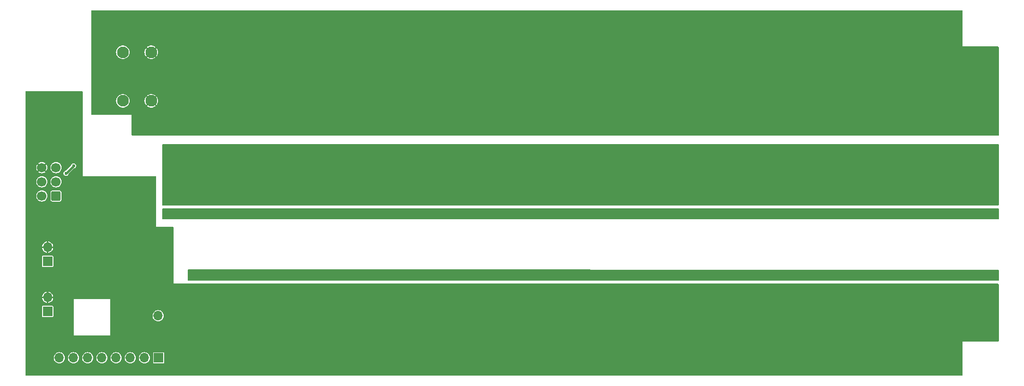
<source format=gbl>
G04 #@! TF.GenerationSoftware,KiCad,Pcbnew,8.0.5*
G04 #@! TF.CreationDate,2024-10-15T23:56:24-05:00*
G04 #@! TF.ProjectId,bidirectional_load_switch,62696469-7265-4637-9469-6f6e616c5f6c,rev?*
G04 #@! TF.SameCoordinates,Original*
G04 #@! TF.FileFunction,Copper,L2,Bot*
G04 #@! TF.FilePolarity,Positive*
%FSLAX46Y46*%
G04 Gerber Fmt 4.6, Leading zero omitted, Abs format (unit mm)*
G04 Created by KiCad (PCBNEW 8.0.5) date 2024-10-15 23:56:24*
%MOMM*%
%LPD*%
G01*
G04 APERTURE LIST*
G04 Aperture macros list*
%AMRoundRect*
0 Rectangle with rounded corners*
0 $1 Rounding radius*
0 $2 $3 $4 $5 $6 $7 $8 $9 X,Y pos of 4 corners*
0 Add a 4 corners polygon primitive as box body*
4,1,4,$2,$3,$4,$5,$6,$7,$8,$9,$2,$3,0*
0 Add four circle primitives for the rounded corners*
1,1,$1+$1,$2,$3*
1,1,$1+$1,$4,$5*
1,1,$1+$1,$6,$7*
1,1,$1+$1,$8,$9*
0 Add four rect primitives between the rounded corners*
20,1,$1+$1,$2,$3,$4,$5,0*
20,1,$1+$1,$4,$5,$6,$7,0*
20,1,$1+$1,$6,$7,$8,$9,0*
20,1,$1+$1,$8,$9,$2,$3,0*%
G04 Aperture macros list end*
G04 #@! TA.AperFunction,ComponentPad*
%ADD10R,1.700000X1.700000*%
G04 #@! TD*
G04 #@! TA.AperFunction,ComponentPad*
%ADD11O,1.700000X1.700000*%
G04 #@! TD*
G04 #@! TA.AperFunction,ComponentPad*
%ADD12RoundRect,0.250000X0.600000X0.600000X-0.600000X0.600000X-0.600000X-0.600000X0.600000X-0.600000X0*%
G04 #@! TD*
G04 #@! TA.AperFunction,ComponentPad*
%ADD13C,1.700000*%
G04 #@! TD*
G04 #@! TA.AperFunction,ComponentPad*
%ADD14C,2.100000*%
G04 #@! TD*
G04 #@! TA.AperFunction,ViaPad*
%ADD15C,0.600000*%
G04 #@! TD*
G04 #@! TA.AperFunction,Conductor*
%ADD16C,0.400000*%
G04 #@! TD*
G04 APERTURE END LIST*
D10*
G04 #@! TO.P,J105,1,Pin_1*
G04 #@! TO.N,MISO{slash}fault_status*
X67300000Y-106800000D03*
D11*
G04 #@! TO.P,J105,2,Pin_2*
G04 #@! TO.N,GND*
X67300000Y-104260000D03*
G04 #@! TD*
D10*
G04 #@! TO.P,J102,1,Pin_1*
G04 #@! TO.N,GND*
X84550000Y-116550000D03*
D11*
G04 #@! TO.P,J102,2,Pin_2*
G04 #@! TO.N,5V*
X87090000Y-116550000D03*
G04 #@! TD*
D12*
G04 #@! TO.P,J107,1,MISO*
G04 #@! TO.N,MISO{slash}fault_status*
X68802500Y-95095000D03*
D13*
G04 #@! TO.P,J107,2,VCC*
G04 #@! TO.N,Net-(J107-VCC)*
X66262500Y-95095000D03*
G04 #@! TO.P,J107,3,SCK*
G04 #@! TO.N,SCK{slash}~{fault_rst}*
X68802500Y-92555000D03*
G04 #@! TO.P,J107,4,MOSI*
G04 #@! TO.N,MOSI*
X66262500Y-92555000D03*
G04 #@! TO.P,J107,5,~{RST}*
G04 #@! TO.N,~{MCU_RST}*
X68802500Y-90015000D03*
G04 #@! TO.P,J107,6,GND*
G04 #@! TO.N,GND*
X66262500Y-90015000D03*
G04 #@! TD*
D10*
G04 #@! TO.P,J106,1,Pin_1*
G04 #@! TO.N,SCK{slash}~{fault_rst}*
X67300000Y-115800000D03*
D11*
G04 #@! TO.P,J106,2,Pin_2*
G04 #@! TO.N,GND*
X67300000Y-113260000D03*
G04 #@! TD*
D10*
G04 #@! TO.P,J104,1,Pin_1*
G04 #@! TO.N,15V_isolated*
X89050000Y-98300000D03*
D11*
G04 #@! TO.P,J104,2,Pin_2*
G04 #@! TO.N,GNDPWR*
X89050000Y-95760000D03*
G04 #@! TD*
D10*
G04 #@! TO.P,J103,1,Pin_1*
G04 #@! TO.N,PWM1_in*
X87180000Y-124100000D03*
D11*
G04 #@! TO.P,J103,2,Pin_2*
G04 #@! TO.N,PWM2_in*
X84640000Y-124100000D03*
G04 #@! TO.P,J103,3,Pin_3*
G04 #@! TO.N,PWM3_in*
X82100000Y-124100000D03*
G04 #@! TO.P,J103,4,Pin_4*
G04 #@! TO.N,PWM4_in*
X79560000Y-124100000D03*
G04 #@! TO.P,J103,5,Pin_5*
G04 #@! TO.N,PWM5_in*
X77020000Y-124100000D03*
G04 #@! TO.P,J103,6,Pin_6*
G04 #@! TO.N,PWM6_in*
X74480000Y-124100000D03*
G04 #@! TO.P,J103,7,Pin_7*
G04 #@! TO.N,PWM7_in*
X71940000Y-124100000D03*
G04 #@! TO.P,J103,8,Pin_8*
G04 #@! TO.N,PWM8_in*
X69400000Y-124100000D03*
G04 #@! TO.P,J103,9,Pin_9*
G04 #@! TO.N,GND*
X66860000Y-124100000D03*
G04 #@! TD*
D14*
G04 #@! TO.P,J101,1_1,1_1*
G04 #@! TO.N,Earth*
X85840000Y-78037500D03*
G04 #@! TO.P,J101,1_2,1_2*
X85840000Y-69337500D03*
G04 #@! TO.P,J101,2_1,2_1*
G04 #@! TO.N,AC_in*
X80760000Y-78037500D03*
G04 #@! TO.P,J101,2_2,2_2*
X80760000Y-69337500D03*
G04 #@! TD*
D15*
G04 #@! TO.N,GND*
X82141600Y-109141600D03*
X80241600Y-109141600D03*
X157050000Y-113550000D03*
X128450000Y-111650000D03*
X120050000Y-112250000D03*
X220950000Y-113600000D03*
X82950000Y-93350000D03*
X194050000Y-113550000D03*
X79200000Y-98250000D03*
X202450000Y-112300000D03*
X208600000Y-116300000D03*
X194050000Y-112250000D03*
X220950000Y-112300000D03*
X212550000Y-113550000D03*
X97600000Y-115600000D03*
X101550000Y-113550000D03*
X84041600Y-114741600D03*
X81200000Y-111950000D03*
X81200000Y-113350000D03*
X83091600Y-109141600D03*
X231050000Y-113550000D03*
X157050000Y-111600000D03*
X83091600Y-111941600D03*
X153100000Y-116300000D03*
X175550000Y-113550000D03*
X84991600Y-114741600D03*
X109950000Y-112950000D03*
X83091600Y-114741600D03*
X76050000Y-92900000D03*
X138550000Y-112250000D03*
X194050000Y-111600000D03*
X120050000Y-113550000D03*
X91450000Y-112300000D03*
X175550000Y-112900000D03*
X101550000Y-112900000D03*
X83091600Y-110541600D03*
X101550000Y-111600000D03*
X171600000Y-116300000D03*
X183950000Y-112300000D03*
X231050000Y-112250000D03*
X138550000Y-113550000D03*
X82141600Y-113341600D03*
X157050000Y-112900000D03*
X109950000Y-113600000D03*
X175550000Y-112250000D03*
X183950000Y-113600000D03*
X146950000Y-112950000D03*
X165450000Y-113600000D03*
X82150000Y-114750000D03*
X116100000Y-115600000D03*
X109950000Y-112300000D03*
X212550000Y-112250000D03*
X73100000Y-102550000D03*
X76050000Y-92150000D03*
X190100000Y-116300000D03*
X128450000Y-112300000D03*
X128450000Y-112950000D03*
X202450000Y-112950000D03*
X165450000Y-112300000D03*
X212550000Y-112900000D03*
X190100000Y-115600000D03*
X101550000Y-112250000D03*
X83091600Y-113341600D03*
X165450000Y-111650000D03*
X84041600Y-109141600D03*
X146950000Y-111650000D03*
X175550000Y-111600000D03*
X183950000Y-112950000D03*
X82250000Y-93350000D03*
X134600000Y-116300000D03*
X91450000Y-112950000D03*
X202450000Y-113600000D03*
X81191600Y-109141600D03*
X146950000Y-112300000D03*
X208600000Y-115600000D03*
X82141600Y-110541600D03*
X109950000Y-111650000D03*
X76050000Y-93650000D03*
X76800000Y-93650000D03*
X227100000Y-115600000D03*
X91450000Y-113600000D03*
X81191600Y-110541600D03*
X212550000Y-111600000D03*
X202450000Y-111650000D03*
X231050000Y-111600000D03*
X153100000Y-115600000D03*
X120050000Y-112900000D03*
X120050000Y-111600000D03*
X134600000Y-115600000D03*
X68254003Y-78445800D03*
X165450000Y-112950000D03*
X84041600Y-113341600D03*
X78500000Y-98250000D03*
X171600000Y-115600000D03*
X82141600Y-111941600D03*
X91450000Y-111650000D03*
X72350000Y-103300000D03*
X227100000Y-116300000D03*
X157050000Y-112250000D03*
X183950000Y-111650000D03*
X138550000Y-112900000D03*
X146950000Y-113600000D03*
X72350000Y-102550000D03*
X72350000Y-104050000D03*
X138550000Y-111600000D03*
X231050000Y-112900000D03*
X128450000Y-113600000D03*
X194050000Y-112900000D03*
X67550000Y-78445800D03*
X97600000Y-116300000D03*
X116100000Y-116300000D03*
X220950000Y-111650000D03*
X220950000Y-112950000D03*
X84991600Y-113341600D03*
G04 #@! TO.N,3V3*
X223600000Y-109250000D03*
X222300000Y-109250000D03*
X222950000Y-109900000D03*
X166800000Y-108600000D03*
X205100000Y-109250000D03*
X203800000Y-109900000D03*
X222300000Y-108600000D03*
X130450000Y-109900000D03*
X168100000Y-109250000D03*
X130450000Y-109250000D03*
X205100000Y-109900000D03*
X131100000Y-108600000D03*
X94100000Y-108600000D03*
X186600000Y-109900000D03*
X112600000Y-109900000D03*
X223600000Y-108600000D03*
X203800000Y-109250000D03*
X111950000Y-108600000D03*
X148300000Y-109900000D03*
X203800000Y-108600000D03*
X148300000Y-109250000D03*
X148950000Y-108600000D03*
X166800000Y-109900000D03*
X93450000Y-108600000D03*
X186600000Y-108600000D03*
X111300000Y-108600000D03*
X222950000Y-108600000D03*
X185950000Y-109900000D03*
X185300000Y-108600000D03*
X93450000Y-109250000D03*
X185300000Y-109250000D03*
X167450000Y-109900000D03*
X111300000Y-109250000D03*
X204450000Y-109900000D03*
X167450000Y-108600000D03*
X168100000Y-108600000D03*
X167450000Y-109250000D03*
X185950000Y-109250000D03*
X92800000Y-109900000D03*
X166800000Y-109250000D03*
X129800000Y-108600000D03*
X94100000Y-109250000D03*
X204450000Y-108600000D03*
X112600000Y-109250000D03*
X149600000Y-109900000D03*
X223600000Y-109900000D03*
X204450000Y-109250000D03*
X222950000Y-109250000D03*
X131100000Y-109900000D03*
X222300000Y-109900000D03*
X148300000Y-108600000D03*
X130450000Y-108600000D03*
X111950000Y-109250000D03*
X185300000Y-109900000D03*
X148950000Y-109900000D03*
X111300000Y-109900000D03*
X112600000Y-108600000D03*
X111950000Y-109900000D03*
X94100000Y-109900000D03*
X205100000Y-108600000D03*
X131100000Y-109250000D03*
X129800000Y-109250000D03*
X186600000Y-109250000D03*
X149600000Y-108600000D03*
X168100000Y-109900000D03*
X92800000Y-109250000D03*
X148950000Y-109250000D03*
X93450000Y-109900000D03*
X185950000Y-108600000D03*
X129800000Y-109900000D03*
X92800000Y-108600000D03*
X149600000Y-109250000D03*
G04 #@! TO.N,GNDPWR*
X157500000Y-91800000D03*
X116000000Y-87200000D03*
X234400000Y-94800000D03*
X189250000Y-86450000D03*
X156200000Y-96300000D03*
X173300000Y-96300000D03*
X180250000Y-87300000D03*
X117800000Y-94800000D03*
X233050000Y-90300000D03*
X159050000Y-91800000D03*
X143300000Y-91800000D03*
X141900000Y-93300000D03*
X106300000Y-88800000D03*
X235900000Y-96300000D03*
X161800000Y-94800000D03*
X177550000Y-91800000D03*
X198800000Y-91800000D03*
X178950000Y-91800000D03*
X103500000Y-93300000D03*
X141950000Y-91800000D03*
X170750000Y-87200000D03*
X177500000Y-93300000D03*
X217300000Y-90300000D03*
X123450000Y-90300000D03*
X96750000Y-88700000D03*
X178950000Y-90300000D03*
X210300000Y-96300000D03*
X213100000Y-94800000D03*
X190000000Y-86450000D03*
X133750000Y-86450000D03*
X196000000Y-94800000D03*
X143300000Y-90300000D03*
X116000000Y-86450000D03*
X196000000Y-93300000D03*
X231500000Y-91800000D03*
X117800000Y-96300000D03*
X137700000Y-94800000D03*
X103500000Y-94800000D03*
X161800000Y-93300000D03*
X106300000Y-96300000D03*
X194600000Y-94800000D03*
X136300000Y-94800000D03*
X235900000Y-91800000D03*
X160400000Y-94800000D03*
X139100000Y-93300000D03*
X106300000Y-91800000D03*
X124800000Y-94800000D03*
X176850000Y-88900000D03*
X97500000Y-87200000D03*
X143300000Y-93300000D03*
X143300000Y-87300000D03*
X120500000Y-91800000D03*
X227000000Y-87950000D03*
X234450000Y-91800000D03*
X235900000Y-93300000D03*
X217300000Y-93300000D03*
X96750000Y-87950000D03*
X189250000Y-87200000D03*
X196000000Y-96300000D03*
X197400000Y-96300000D03*
X154800000Y-93300000D03*
X171500000Y-88700000D03*
X137700000Y-96300000D03*
X122000000Y-93300000D03*
X231550000Y-90300000D03*
X173300000Y-93300000D03*
X157600000Y-96300000D03*
X176000000Y-91800000D03*
X102100000Y-96300000D03*
X99300000Y-96300000D03*
X198800000Y-96300000D03*
X152250000Y-87200000D03*
X195350000Y-88900000D03*
X140500000Y-94800000D03*
X178900000Y-96300000D03*
X123400000Y-93300000D03*
X173300000Y-94800000D03*
X191800000Y-96300000D03*
X156200000Y-93300000D03*
X124800000Y-90300000D03*
X213050000Y-90300000D03*
X215900000Y-96300000D03*
X174700000Y-96300000D03*
X120600000Y-94800000D03*
X104900000Y-96300000D03*
X157550000Y-90300000D03*
X228800000Y-93300000D03*
X122050000Y-90300000D03*
X171500000Y-87200000D03*
X124800000Y-88800000D03*
X207750000Y-88700000D03*
X119200000Y-93300000D03*
X158350000Y-88900000D03*
X234400000Y-93300000D03*
X122000000Y-94800000D03*
X140500000Y-93300000D03*
X230200000Y-93300000D03*
X117800000Y-93300000D03*
X120550000Y-90300000D03*
X226250000Y-88700000D03*
X171500000Y-87950000D03*
X115250000Y-87950000D03*
X208500000Y-87200000D03*
X180250000Y-94800000D03*
X133750000Y-87200000D03*
X191800000Y-94800000D03*
X213850000Y-88900000D03*
X190000000Y-87200000D03*
X120600000Y-93300000D03*
X226250000Y-87950000D03*
X227000000Y-86450000D03*
X102100000Y-93300000D03*
X214500000Y-96300000D03*
X115250000Y-88700000D03*
X122000000Y-96300000D03*
X122050000Y-91800000D03*
X198800000Y-90300000D03*
X133750000Y-87950000D03*
X104950000Y-90300000D03*
X139100000Y-96300000D03*
X170750000Y-86450000D03*
X119200000Y-94800000D03*
X154800000Y-96300000D03*
X140550000Y-91800000D03*
X161800000Y-91800000D03*
X116000000Y-87950000D03*
X208500000Y-88700000D03*
X177550000Y-90300000D03*
X160450000Y-91800000D03*
X100700000Y-96300000D03*
X207750000Y-87950000D03*
X154800000Y-94800000D03*
X194600000Y-93300000D03*
X104950000Y-91800000D03*
X190000000Y-88700000D03*
X213100000Y-93300000D03*
X124800000Y-87300000D03*
X228800000Y-94800000D03*
X194500000Y-91800000D03*
X215900000Y-94800000D03*
X235900000Y-87300000D03*
X106300000Y-93300000D03*
X196050000Y-91800000D03*
X134500000Y-86450000D03*
X161800000Y-87300000D03*
X207750000Y-87200000D03*
X210300000Y-94800000D03*
X214500000Y-93300000D03*
X160400000Y-96300000D03*
X213100000Y-96300000D03*
X120600000Y-96300000D03*
X226250000Y-86450000D03*
X143300000Y-96300000D03*
X180250000Y-88800000D03*
X159000000Y-96300000D03*
X207750000Y-86450000D03*
X176100000Y-94800000D03*
X134500000Y-88700000D03*
X232350000Y-88900000D03*
X136300000Y-96300000D03*
X139850000Y-88900000D03*
X124800000Y-96300000D03*
X170750000Y-87950000D03*
X153000000Y-87950000D03*
X217300000Y-94800000D03*
X161800000Y-96300000D03*
X174700000Y-94800000D03*
X153000000Y-86450000D03*
X133750000Y-88700000D03*
X106300000Y-94800000D03*
X227000000Y-88700000D03*
X152250000Y-86450000D03*
X193200000Y-93300000D03*
X159050000Y-90300000D03*
X124800000Y-93300000D03*
X197400000Y-94800000D03*
X226250000Y-87200000D03*
X99300000Y-94800000D03*
X100700000Y-94800000D03*
X123400000Y-94800000D03*
X156200000Y-94800000D03*
X97500000Y-88700000D03*
X189250000Y-88700000D03*
X153000000Y-88700000D03*
X211700000Y-93300000D03*
X233000000Y-96300000D03*
X217300000Y-91800000D03*
X176100000Y-96300000D03*
X194600000Y-96300000D03*
X141950000Y-90300000D03*
X140550000Y-90300000D03*
X103550000Y-91800000D03*
X197450000Y-91800000D03*
X159000000Y-94800000D03*
X177500000Y-94800000D03*
X198800000Y-93300000D03*
X217300000Y-88800000D03*
X141900000Y-94800000D03*
X214500000Y-94800000D03*
X116000000Y-88700000D03*
X121350000Y-88900000D03*
X235900000Y-88800000D03*
X103550000Y-90300000D03*
X157600000Y-94800000D03*
X124800000Y-91800000D03*
X208500000Y-87950000D03*
X231600000Y-96300000D03*
X233000000Y-94800000D03*
X96750000Y-86450000D03*
X217300000Y-87300000D03*
X235900000Y-94800000D03*
X176050000Y-90300000D03*
X235900000Y-90300000D03*
X214550000Y-91800000D03*
X191800000Y-93300000D03*
X161800000Y-88800000D03*
X102850000Y-88900000D03*
X143300000Y-88800000D03*
X140500000Y-96300000D03*
X213000000Y-91800000D03*
X193200000Y-94800000D03*
X180250000Y-91800000D03*
X115250000Y-87200000D03*
X178900000Y-93300000D03*
X177500000Y-96300000D03*
X99300000Y-93300000D03*
X231600000Y-94800000D03*
X210300000Y-93300000D03*
X152250000Y-87950000D03*
X137700000Y-93300000D03*
X198800000Y-94800000D03*
X100700000Y-93300000D03*
X134500000Y-87200000D03*
X97500000Y-87950000D03*
X136300000Y-93300000D03*
X134500000Y-87950000D03*
X139100000Y-94800000D03*
X234450000Y-90300000D03*
X228800000Y-96300000D03*
X176100000Y-93300000D03*
X196050000Y-90300000D03*
X211700000Y-96300000D03*
X160400000Y-93300000D03*
X152250000Y-88700000D03*
X123400000Y-96300000D03*
X139000000Y-91800000D03*
X208500000Y-86450000D03*
X198800000Y-88800000D03*
X160450000Y-90300000D03*
X102050000Y-90300000D03*
X123450000Y-91800000D03*
X161800000Y-90300000D03*
X104900000Y-94800000D03*
X193200000Y-96300000D03*
X197400000Y-93300000D03*
X97500000Y-86450000D03*
X115250000Y-86450000D03*
X234400000Y-96300000D03*
X180250000Y-93300000D03*
X233050000Y-91800000D03*
X231600000Y-93300000D03*
X139050000Y-90300000D03*
X157600000Y-93300000D03*
X143300000Y-94800000D03*
X215950000Y-90300000D03*
X153000000Y-87200000D03*
X180250000Y-96300000D03*
X211700000Y-94800000D03*
X214550000Y-90300000D03*
X106300000Y-90300000D03*
X102000000Y-91800000D03*
X119200000Y-96300000D03*
X159000000Y-93300000D03*
X178900000Y-94800000D03*
X215950000Y-91800000D03*
X230200000Y-94800000D03*
X190000000Y-87950000D03*
X180250000Y-90300000D03*
X102100000Y-94800000D03*
X174700000Y-93300000D03*
X96750000Y-87200000D03*
X194550000Y-90300000D03*
X141900000Y-96300000D03*
X171500000Y-86450000D03*
X104900000Y-93300000D03*
X106300000Y-87300000D03*
X215900000Y-93300000D03*
X233000000Y-93300000D03*
X198800000Y-87300000D03*
X189250000Y-87950000D03*
X217300000Y-96300000D03*
X103500000Y-96300000D03*
X170750000Y-88700000D03*
X230200000Y-96300000D03*
X227000000Y-87200000D03*
X197450000Y-90300000D03*
G04 #@! TO.N,15V_isolated*
X129250000Y-97900000D03*
X223450000Y-98750000D03*
X112450000Y-98750000D03*
X185600000Y-97900000D03*
X90550000Y-97900000D03*
X202400000Y-97900000D03*
X149450000Y-97900000D03*
X220050000Y-98750000D03*
X91400000Y-98750000D03*
X130950000Y-97900000D03*
X220900000Y-97900000D03*
X204100000Y-98750000D03*
X166250000Y-98750000D03*
X223450000Y-97900000D03*
X129250000Y-98750000D03*
X201550000Y-97900000D03*
X90550000Y-98750000D03*
X128400000Y-97900000D03*
X220900000Y-98750000D03*
X166250000Y-97900000D03*
X130950000Y-98750000D03*
X167950000Y-97900000D03*
X164550000Y-97900000D03*
X183050000Y-97900000D03*
X204100000Y-97900000D03*
X201550000Y-98750000D03*
X220050000Y-97900000D03*
X149450000Y-98750000D03*
X93100000Y-98750000D03*
X186450000Y-97900000D03*
X148600000Y-97900000D03*
X164550000Y-98750000D03*
X146900000Y-97900000D03*
X167100000Y-98750000D03*
X112450000Y-97900000D03*
X222600000Y-98750000D03*
X202400000Y-98750000D03*
X183900000Y-97900000D03*
X221750000Y-97900000D03*
X128400000Y-98750000D03*
X147750000Y-98750000D03*
X165400000Y-97900000D03*
X109050000Y-98750000D03*
X111600000Y-97900000D03*
X92250000Y-98750000D03*
X127550000Y-97900000D03*
X183050000Y-98750000D03*
X146900000Y-98750000D03*
X183900000Y-98750000D03*
X111600000Y-98750000D03*
X184750000Y-97900000D03*
X130100000Y-97900000D03*
X222600000Y-97900000D03*
X167100000Y-97900000D03*
X110750000Y-97900000D03*
X203250000Y-97900000D03*
X146050000Y-97900000D03*
X93950000Y-98750000D03*
X130100000Y-98750000D03*
X109900000Y-97900000D03*
X109050000Y-97900000D03*
X92250000Y-97900000D03*
X146050000Y-98750000D03*
X203250000Y-98750000D03*
X109900000Y-98750000D03*
X91400000Y-97900000D03*
X186450000Y-98750000D03*
X165400000Y-98750000D03*
X204950000Y-98750000D03*
X221750000Y-98750000D03*
X93950000Y-97900000D03*
X93100000Y-97900000D03*
X185600000Y-98750000D03*
X147750000Y-97900000D03*
X148600000Y-98750000D03*
X204950000Y-97900000D03*
X127550000Y-98750000D03*
X167950000Y-98750000D03*
X184750000Y-98750000D03*
X110750000Y-98750000D03*
G04 #@! TO.N,Earth*
X137000000Y-76350000D03*
X192500000Y-74100000D03*
X137000000Y-74100000D03*
X157800000Y-73000000D03*
X103450000Y-74100000D03*
X121950000Y-75250000D03*
X157800000Y-74100000D03*
X103450000Y-71900000D03*
X174000000Y-76350000D03*
X194800000Y-70800000D03*
X215600000Y-70800000D03*
X194800000Y-75250000D03*
X197100000Y-70800000D03*
X104600000Y-74100000D03*
X104600000Y-75250000D03*
X215600000Y-76350000D03*
X123100000Y-73000000D03*
X156650000Y-74100000D03*
X102300000Y-73000000D03*
X155500000Y-73000000D03*
X141600000Y-73000000D03*
X119650000Y-73000000D03*
X212150000Y-73000000D03*
X215600000Y-73000000D03*
X175150000Y-74100000D03*
X137000000Y-71900000D03*
X158950000Y-74100000D03*
X102300000Y-74100000D03*
X160100000Y-76350000D03*
X230650000Y-71900000D03*
X178600000Y-76350000D03*
X195950000Y-71900000D03*
X192500000Y-71900000D03*
X231800000Y-76350000D03*
X100000000Y-75250000D03*
X139300000Y-71900000D03*
X193650000Y-70800000D03*
X118500000Y-71900000D03*
X231800000Y-73000000D03*
X141600000Y-75250000D03*
X212150000Y-70800000D03*
X140450000Y-73000000D03*
X104600000Y-76350000D03*
X195950000Y-75250000D03*
X195950000Y-76350000D03*
X155500000Y-70800000D03*
X211000000Y-73000000D03*
X121950000Y-76350000D03*
X230650000Y-74100000D03*
X193650000Y-74100000D03*
X102300000Y-70800000D03*
X176300000Y-76350000D03*
X155500000Y-71900000D03*
X101150000Y-73000000D03*
X175150000Y-73000000D03*
X234100000Y-70800000D03*
X213300000Y-73000000D03*
X192500000Y-75250000D03*
X139300000Y-76350000D03*
X103450000Y-70800000D03*
X138150000Y-70800000D03*
X104600000Y-71900000D03*
X156650000Y-71900000D03*
X195950000Y-74100000D03*
X177450000Y-70800000D03*
X156650000Y-70800000D03*
X123100000Y-75250000D03*
X123100000Y-71900000D03*
X118500000Y-70800000D03*
X178600000Y-70800000D03*
X119650000Y-71900000D03*
X213300000Y-75250000D03*
X123100000Y-76350000D03*
X140450000Y-76350000D03*
X120800000Y-76350000D03*
X211000000Y-70800000D03*
X232950000Y-71900000D03*
X231800000Y-70800000D03*
X213300000Y-76350000D03*
X213300000Y-71900000D03*
X176300000Y-71900000D03*
X100000000Y-74100000D03*
X118500000Y-74100000D03*
X174000000Y-73000000D03*
X215600000Y-74100000D03*
X139300000Y-70800000D03*
X157800000Y-75250000D03*
X229500000Y-71900000D03*
X138150000Y-76350000D03*
X158950000Y-70800000D03*
X121950000Y-73000000D03*
X160100000Y-71900000D03*
X160100000Y-74100000D03*
X177450000Y-74100000D03*
X177450000Y-75250000D03*
X214450000Y-75250000D03*
X197100000Y-76350000D03*
X102300000Y-75250000D03*
X175150000Y-76350000D03*
X213300000Y-74100000D03*
X156650000Y-75250000D03*
X141600000Y-76350000D03*
X229500000Y-73000000D03*
X155500000Y-75250000D03*
X211000000Y-76350000D03*
X194800000Y-76350000D03*
X140450000Y-74100000D03*
X121950000Y-74100000D03*
X138150000Y-71900000D03*
X194800000Y-74100000D03*
X158950000Y-71900000D03*
X231800000Y-74100000D03*
X138150000Y-75250000D03*
X177450000Y-76350000D03*
X137000000Y-75250000D03*
X192500000Y-70800000D03*
X119650000Y-76350000D03*
X101150000Y-74100000D03*
X157800000Y-76350000D03*
X194800000Y-73000000D03*
X234100000Y-74100000D03*
X101150000Y-70800000D03*
X160100000Y-73000000D03*
X232950000Y-70800000D03*
X120800000Y-73000000D03*
X156650000Y-76350000D03*
X139300000Y-74100000D03*
X192500000Y-73000000D03*
X194800000Y-71900000D03*
X215600000Y-71900000D03*
X214450000Y-71900000D03*
X160100000Y-70800000D03*
X212150000Y-71900000D03*
X139300000Y-75250000D03*
X214450000Y-73000000D03*
X100000000Y-70800000D03*
X100000000Y-73000000D03*
X178600000Y-73000000D03*
X138150000Y-73000000D03*
X231800000Y-75250000D03*
X230650000Y-76350000D03*
X212150000Y-74100000D03*
X118500000Y-75250000D03*
X174000000Y-70800000D03*
X139300000Y-73000000D03*
X160100000Y-75250000D03*
X157800000Y-70800000D03*
X175150000Y-71900000D03*
X197100000Y-74100000D03*
X197100000Y-73000000D03*
X119650000Y-74100000D03*
X232950000Y-75250000D03*
X119650000Y-70800000D03*
X118500000Y-73000000D03*
X120800000Y-71900000D03*
X175150000Y-70800000D03*
X174000000Y-71900000D03*
X230650000Y-70800000D03*
X175150000Y-75250000D03*
X178600000Y-71900000D03*
X123100000Y-74100000D03*
X193650000Y-73000000D03*
X197100000Y-71900000D03*
X192500000Y-76350000D03*
X177450000Y-71900000D03*
X101150000Y-76350000D03*
X197100000Y-75250000D03*
X232950000Y-73000000D03*
X193650000Y-75250000D03*
X120800000Y-74100000D03*
X103450000Y-75250000D03*
X176300000Y-70800000D03*
X176300000Y-74100000D03*
X140450000Y-71900000D03*
X213300000Y-70800000D03*
X141600000Y-74100000D03*
X176300000Y-75250000D03*
X101150000Y-75250000D03*
X214450000Y-76350000D03*
X229500000Y-70800000D03*
X101150000Y-71900000D03*
X104600000Y-70800000D03*
X100000000Y-71900000D03*
X211000000Y-74100000D03*
X177450000Y-73000000D03*
X215600000Y-75250000D03*
X195950000Y-73000000D03*
X234100000Y-76350000D03*
X137000000Y-70800000D03*
X229500000Y-76350000D03*
X174000000Y-75250000D03*
X100000000Y-76350000D03*
X211000000Y-75250000D03*
X176300000Y-73000000D03*
X140450000Y-70800000D03*
X158950000Y-76350000D03*
X103450000Y-73000000D03*
X155500000Y-74100000D03*
X141600000Y-71900000D03*
X118500000Y-76350000D03*
X230650000Y-73000000D03*
X231800000Y-71900000D03*
X155500000Y-76350000D03*
X211000000Y-71900000D03*
X102300000Y-71900000D03*
X195950000Y-70800000D03*
X157800000Y-71900000D03*
X232950000Y-74100000D03*
X193650000Y-76350000D03*
X119650000Y-75250000D03*
X193650000Y-71900000D03*
X212150000Y-75250000D03*
X140450000Y-75250000D03*
X214450000Y-70800000D03*
X212150000Y-76350000D03*
X141600000Y-70800000D03*
X120800000Y-75250000D03*
X234100000Y-73000000D03*
X234100000Y-71900000D03*
X178600000Y-75250000D03*
X158950000Y-73000000D03*
X178600000Y-74100000D03*
X102300000Y-76350000D03*
X156650000Y-73000000D03*
X137000000Y-73000000D03*
X121950000Y-70800000D03*
X230650000Y-75250000D03*
X123100000Y-70800000D03*
X121950000Y-71900000D03*
X229500000Y-75250000D03*
X120800000Y-70800000D03*
X214450000Y-74100000D03*
X232950000Y-76350000D03*
X158950000Y-75250000D03*
X229500000Y-74100000D03*
X103450000Y-76350000D03*
X138150000Y-74100000D03*
X234100000Y-75250000D03*
X174000000Y-74100000D03*
X104600000Y-73000000D03*
G04 #@! TO.N,~{MCU_RST}*
X70599259Y-91033941D03*
X71942762Y-89690438D03*
G04 #@! TD*
D16*
G04 #@! TO.N,~{MCU_RST}*
X71942762Y-89690438D02*
X70599259Y-91033941D01*
G04 #@! TD*
G04 #@! TA.AperFunction,Conductor*
G04 #@! TO.N,GNDPWR*
G36*
X219050000Y-96800000D02*
G01*
X198800000Y-96800000D01*
X198800000Y-85800000D01*
X219050000Y-85800000D01*
X219050000Y-96800000D01*
G37*
G04 #@! TD.AperFunction*
G04 #@! TD*
G04 #@! TA.AperFunction,Conductor*
G04 #@! TO.N,GNDPWR*
G36*
X237493039Y-85819685D02*
G01*
X237538794Y-85872489D01*
X237550000Y-85924000D01*
X237550000Y-96676000D01*
X237530315Y-96743039D01*
X237477511Y-96788794D01*
X237426000Y-96800000D01*
X217300000Y-96800000D01*
X217300000Y-85800000D01*
X237426000Y-85800000D01*
X237493039Y-85819685D01*
G37*
G04 #@! TD.AperFunction*
G04 #@! TD*
G04 #@! TA.AperFunction,Conductor*
G04 #@! TO.N,15V_isolated*
G36*
X145050000Y-99300000D02*
G01*
X124800000Y-99300000D01*
X124800000Y-97300000D01*
X145050000Y-97300000D01*
X145050000Y-99300000D01*
G37*
G04 #@! TD.AperFunction*
G04 #@! TD*
G04 #@! TA.AperFunction,Conductor*
G04 #@! TO.N,GNDPWR*
G36*
X126550000Y-96800000D02*
G01*
X106300000Y-96800000D01*
X106300000Y-85800000D01*
X126550000Y-85800000D01*
X126550000Y-96800000D01*
G37*
G04 #@! TD.AperFunction*
G04 #@! TD*
G04 #@! TA.AperFunction,Conductor*
G04 #@! TO.N,GND*
G36*
X237493039Y-110819685D02*
G01*
X237538794Y-110872489D01*
X237550000Y-110924000D01*
X237550000Y-121075661D01*
X237530315Y-121142700D01*
X237477511Y-121188455D01*
X237426000Y-121199661D01*
X231049924Y-121199665D01*
X231049924Y-127176000D01*
X231030239Y-127243039D01*
X230977435Y-127288794D01*
X230925924Y-127300000D01*
X89550000Y-127300000D01*
X89850000Y-110800000D01*
X237426000Y-110800000D01*
X237493039Y-110819685D01*
G37*
G04 #@! TD.AperFunction*
G04 #@! TD*
G04 #@! TA.AperFunction,Conductor*
G04 #@! TO.N,15V_isolated*
G36*
X182050000Y-99300000D02*
G01*
X161800000Y-99300000D01*
X161800000Y-97300000D01*
X182050000Y-97300000D01*
X182050000Y-99300000D01*
G37*
G04 #@! TD.AperFunction*
G04 #@! TD*
G04 #@! TA.AperFunction,Conductor*
G04 #@! TO.N,GNDPWR*
G36*
X163550000Y-96800000D02*
G01*
X143300000Y-96800000D01*
X143300000Y-85800000D01*
X163550000Y-85800000D01*
X163550000Y-96800000D01*
G37*
G04 #@! TD.AperFunction*
G04 #@! TD*
G04 #@! TA.AperFunction,Conductor*
G04 #@! TO.N,15V_isolated*
G36*
X219050000Y-99300000D02*
G01*
X198800000Y-99300000D01*
X198800000Y-97300000D01*
X219050000Y-97300000D01*
X219050000Y-99300000D01*
G37*
G04 #@! TD.AperFunction*
G04 #@! TD*
G04 #@! TA.AperFunction,Conductor*
G04 #@! TO.N,15V_isolated*
G36*
X108050000Y-99300000D02*
G01*
X106300000Y-99300000D01*
X87924000Y-99300000D01*
X87856961Y-99280315D01*
X87811206Y-99227511D01*
X87800000Y-99176000D01*
X87800000Y-97424000D01*
X87819685Y-97356961D01*
X87872489Y-97311206D01*
X87924000Y-97300000D01*
X108050000Y-97300000D01*
X108050000Y-99300000D01*
G37*
G04 #@! TD.AperFunction*
G04 #@! TD*
G04 #@! TA.AperFunction,Conductor*
G04 #@! TO.N,GNDPWR*
G36*
X200550000Y-96800000D02*
G01*
X180300000Y-96800000D01*
X180300000Y-85800000D01*
X200550000Y-85800000D01*
X200550000Y-96800000D01*
G37*
G04 #@! TD.AperFunction*
G04 #@! TD*
G04 #@! TA.AperFunction,Conductor*
G04 #@! TO.N,GNDPWR*
G36*
X145050000Y-96800000D02*
G01*
X124800000Y-96800000D01*
X124800000Y-85800000D01*
X145050000Y-85800000D01*
X145050000Y-96800000D01*
G37*
G04 #@! TD.AperFunction*
G04 #@! TD*
G04 #@! TA.AperFunction,Conductor*
G04 #@! TO.N,3V3*
G36*
X237426044Y-108299957D02*
G01*
X237493075Y-108319665D01*
X237538812Y-108372484D01*
X237550000Y-108423957D01*
X237550000Y-110175957D01*
X237530315Y-110242996D01*
X237477511Y-110288751D01*
X237425957Y-110299957D01*
X92523957Y-110250042D01*
X92456925Y-110230334D01*
X92411188Y-110177515D01*
X92400000Y-110126042D01*
X92400000Y-108374042D01*
X92419685Y-108307003D01*
X92472489Y-108261248D01*
X92524039Y-108250042D01*
X237426044Y-108299957D01*
G37*
G04 #@! TD.AperFunction*
G04 #@! TD*
G04 #@! TA.AperFunction,Conductor*
G04 #@! TO.N,15V_isolated*
G36*
X200550000Y-99300000D02*
G01*
X180300000Y-99300000D01*
X180300000Y-97300000D01*
X200550000Y-97300000D01*
X200550000Y-99300000D01*
G37*
G04 #@! TD.AperFunction*
G04 #@! TD*
G04 #@! TA.AperFunction,Conductor*
G04 #@! TO.N,GND*
G36*
X73534639Y-76311285D02*
G01*
X73580394Y-76364089D01*
X73591600Y-76415600D01*
X73591600Y-91541600D01*
X75591600Y-91541600D01*
X86617600Y-91541600D01*
X86684639Y-91561285D01*
X86730394Y-91614089D01*
X86741600Y-91665600D01*
X86741600Y-100591600D01*
X89717702Y-100591600D01*
X89784741Y-100611285D01*
X89830496Y-100664089D01*
X89841701Y-100715497D01*
X89850000Y-110800000D01*
X89550000Y-127300000D01*
X63465560Y-127291639D01*
X63398527Y-127271933D01*
X63352789Y-127219114D01*
X63341600Y-127167639D01*
X63341600Y-124100000D01*
X68392247Y-124100000D01*
X68411610Y-124296599D01*
X68411610Y-124296601D01*
X68411611Y-124296603D01*
X68468958Y-124485650D01*
X68562084Y-124659878D01*
X68562086Y-124659881D01*
X68687410Y-124812589D01*
X68840118Y-124937913D01*
X68840122Y-124937916D01*
X69014350Y-125031042D01*
X69203397Y-125088389D01*
X69400000Y-125107753D01*
X69596603Y-125088389D01*
X69785650Y-125031042D01*
X69959878Y-124937916D01*
X70112589Y-124812589D01*
X70237916Y-124659878D01*
X70331042Y-124485650D01*
X70388389Y-124296603D01*
X70407753Y-124100000D01*
X70932247Y-124100000D01*
X70951610Y-124296599D01*
X70951610Y-124296601D01*
X70951611Y-124296603D01*
X71008958Y-124485650D01*
X71102084Y-124659878D01*
X71102086Y-124659881D01*
X71227410Y-124812589D01*
X71380118Y-124937913D01*
X71380122Y-124937916D01*
X71554350Y-125031042D01*
X71743397Y-125088389D01*
X71940000Y-125107753D01*
X72136603Y-125088389D01*
X72325650Y-125031042D01*
X72499878Y-124937916D01*
X72652589Y-124812589D01*
X72777916Y-124659878D01*
X72871042Y-124485650D01*
X72928389Y-124296603D01*
X72947753Y-124100000D01*
X73472247Y-124100000D01*
X73491610Y-124296599D01*
X73491610Y-124296601D01*
X73491611Y-124296603D01*
X73548958Y-124485650D01*
X73642084Y-124659878D01*
X73642086Y-124659881D01*
X73767410Y-124812589D01*
X73920118Y-124937913D01*
X73920122Y-124937916D01*
X74094350Y-125031042D01*
X74283397Y-125088389D01*
X74480000Y-125107753D01*
X74676603Y-125088389D01*
X74865650Y-125031042D01*
X75039878Y-124937916D01*
X75192589Y-124812589D01*
X75317916Y-124659878D01*
X75411042Y-124485650D01*
X75468389Y-124296603D01*
X75487753Y-124100000D01*
X76012247Y-124100000D01*
X76031610Y-124296599D01*
X76031610Y-124296601D01*
X76031611Y-124296603D01*
X76088958Y-124485650D01*
X76182084Y-124659878D01*
X76182086Y-124659881D01*
X76307410Y-124812589D01*
X76460118Y-124937913D01*
X76460122Y-124937916D01*
X76634350Y-125031042D01*
X76823397Y-125088389D01*
X77020000Y-125107753D01*
X77216603Y-125088389D01*
X77405650Y-125031042D01*
X77579878Y-124937916D01*
X77732589Y-124812589D01*
X77857916Y-124659878D01*
X77951042Y-124485650D01*
X78008389Y-124296603D01*
X78027753Y-124100000D01*
X78552247Y-124100000D01*
X78571610Y-124296599D01*
X78571610Y-124296601D01*
X78571611Y-124296603D01*
X78628958Y-124485650D01*
X78722084Y-124659878D01*
X78722086Y-124659881D01*
X78847410Y-124812589D01*
X79000118Y-124937913D01*
X79000122Y-124937916D01*
X79174350Y-125031042D01*
X79363397Y-125088389D01*
X79560000Y-125107753D01*
X79756603Y-125088389D01*
X79945650Y-125031042D01*
X80119878Y-124937916D01*
X80272589Y-124812589D01*
X80397916Y-124659878D01*
X80491042Y-124485650D01*
X80548389Y-124296603D01*
X80567753Y-124100000D01*
X81092247Y-124100000D01*
X81111610Y-124296599D01*
X81111610Y-124296601D01*
X81111611Y-124296603D01*
X81168958Y-124485650D01*
X81262084Y-124659878D01*
X81262086Y-124659881D01*
X81387410Y-124812589D01*
X81540118Y-124937913D01*
X81540122Y-124937916D01*
X81714350Y-125031042D01*
X81903397Y-125088389D01*
X82100000Y-125107753D01*
X82296603Y-125088389D01*
X82485650Y-125031042D01*
X82659878Y-124937916D01*
X82812589Y-124812589D01*
X82937916Y-124659878D01*
X83031042Y-124485650D01*
X83088389Y-124296603D01*
X83107753Y-124100000D01*
X83632247Y-124100000D01*
X83651610Y-124296599D01*
X83651610Y-124296601D01*
X83651611Y-124296603D01*
X83708958Y-124485650D01*
X83802084Y-124659878D01*
X83802086Y-124659881D01*
X83927410Y-124812589D01*
X84080118Y-124937913D01*
X84080122Y-124937916D01*
X84254350Y-125031042D01*
X84443397Y-125088389D01*
X84640000Y-125107753D01*
X84836603Y-125088389D01*
X85025650Y-125031042D01*
X85199878Y-124937916D01*
X85352589Y-124812589D01*
X85477916Y-124659878D01*
X85571042Y-124485650D01*
X85628389Y-124296603D01*
X85647753Y-124100000D01*
X85628389Y-123903397D01*
X85571042Y-123714350D01*
X85477916Y-123540122D01*
X85477913Y-123540118D01*
X85352589Y-123387410D01*
X85199881Y-123262086D01*
X85199879Y-123262085D01*
X85199878Y-123262084D01*
X85149095Y-123234940D01*
X86177100Y-123234940D01*
X86177100Y-124965054D01*
X86185972Y-125009658D01*
X86185973Y-125009661D01*
X86200260Y-125031042D01*
X86219766Y-125060234D01*
X86270342Y-125094028D01*
X86270343Y-125094028D01*
X86270345Y-125094029D01*
X86292642Y-125098464D01*
X86314943Y-125102900D01*
X88045056Y-125102899D01*
X88089658Y-125094028D01*
X88140234Y-125060234D01*
X88174028Y-125009658D01*
X88182900Y-124965057D01*
X88182899Y-123234944D01*
X88174028Y-123190342D01*
X88174026Y-123190340D01*
X88174026Y-123190338D01*
X88140234Y-123139766D01*
X88098097Y-123111611D01*
X88089658Y-123105972D01*
X88089657Y-123105971D01*
X88089656Y-123105971D01*
X88089654Y-123105970D01*
X88045059Y-123097100D01*
X86314945Y-123097100D01*
X86270341Y-123105972D01*
X86270338Y-123105973D01*
X86219766Y-123139765D01*
X86185971Y-123190343D01*
X86185970Y-123190345D01*
X86177100Y-123234940D01*
X85149095Y-123234940D01*
X85025650Y-123168958D01*
X84836603Y-123111611D01*
X84836601Y-123111610D01*
X84836599Y-123111610D01*
X84640000Y-123092247D01*
X84443400Y-123111610D01*
X84254350Y-123168958D01*
X84080118Y-123262086D01*
X83927410Y-123387410D01*
X83802086Y-123540118D01*
X83708958Y-123714350D01*
X83651610Y-123903400D01*
X83632247Y-124100000D01*
X83107753Y-124100000D01*
X83088389Y-123903397D01*
X83031042Y-123714350D01*
X82937916Y-123540122D01*
X82937913Y-123540118D01*
X82812589Y-123387410D01*
X82659881Y-123262086D01*
X82659879Y-123262085D01*
X82659878Y-123262084D01*
X82485650Y-123168958D01*
X82296603Y-123111611D01*
X82296601Y-123111610D01*
X82296599Y-123111610D01*
X82100000Y-123092247D01*
X81903400Y-123111610D01*
X81714350Y-123168958D01*
X81540118Y-123262086D01*
X81387410Y-123387410D01*
X81262086Y-123540118D01*
X81168958Y-123714350D01*
X81111610Y-123903400D01*
X81092247Y-124100000D01*
X80567753Y-124100000D01*
X80548389Y-123903397D01*
X80491042Y-123714350D01*
X80397916Y-123540122D01*
X80397913Y-123540118D01*
X80272589Y-123387410D01*
X80119881Y-123262086D01*
X80119879Y-123262085D01*
X80119878Y-123262084D01*
X79945650Y-123168958D01*
X79756603Y-123111611D01*
X79756601Y-123111610D01*
X79756599Y-123111610D01*
X79560000Y-123092247D01*
X79363400Y-123111610D01*
X79174350Y-123168958D01*
X79000118Y-123262086D01*
X78847410Y-123387410D01*
X78722086Y-123540118D01*
X78628958Y-123714350D01*
X78571610Y-123903400D01*
X78552247Y-124100000D01*
X78027753Y-124100000D01*
X78008389Y-123903397D01*
X77951042Y-123714350D01*
X77857916Y-123540122D01*
X77857913Y-123540118D01*
X77732589Y-123387410D01*
X77579881Y-123262086D01*
X77579879Y-123262085D01*
X77579878Y-123262084D01*
X77405650Y-123168958D01*
X77216603Y-123111611D01*
X77216601Y-123111610D01*
X77216599Y-123111610D01*
X77020000Y-123092247D01*
X76823400Y-123111610D01*
X76634350Y-123168958D01*
X76460118Y-123262086D01*
X76307410Y-123387410D01*
X76182086Y-123540118D01*
X76088958Y-123714350D01*
X76031610Y-123903400D01*
X76012247Y-124100000D01*
X75487753Y-124100000D01*
X75468389Y-123903397D01*
X75411042Y-123714350D01*
X75317916Y-123540122D01*
X75317913Y-123540118D01*
X75192589Y-123387410D01*
X75039881Y-123262086D01*
X75039879Y-123262085D01*
X75039878Y-123262084D01*
X74865650Y-123168958D01*
X74676603Y-123111611D01*
X74676601Y-123111610D01*
X74676599Y-123111610D01*
X74480000Y-123092247D01*
X74283400Y-123111610D01*
X74094350Y-123168958D01*
X73920118Y-123262086D01*
X73767410Y-123387410D01*
X73642086Y-123540118D01*
X73548958Y-123714350D01*
X73491610Y-123903400D01*
X73472247Y-124100000D01*
X72947753Y-124100000D01*
X72928389Y-123903397D01*
X72871042Y-123714350D01*
X72777916Y-123540122D01*
X72777913Y-123540118D01*
X72652589Y-123387410D01*
X72499881Y-123262086D01*
X72499879Y-123262085D01*
X72499878Y-123262084D01*
X72325650Y-123168958D01*
X72136603Y-123111611D01*
X72136601Y-123111610D01*
X72136599Y-123111610D01*
X71940000Y-123092247D01*
X71743400Y-123111610D01*
X71554350Y-123168958D01*
X71380118Y-123262086D01*
X71227410Y-123387410D01*
X71102086Y-123540118D01*
X71008958Y-123714350D01*
X70951610Y-123903400D01*
X70932247Y-124100000D01*
X70407753Y-124100000D01*
X70388389Y-123903397D01*
X70331042Y-123714350D01*
X70237916Y-123540122D01*
X70237913Y-123540118D01*
X70112589Y-123387410D01*
X69959881Y-123262086D01*
X69959879Y-123262085D01*
X69959878Y-123262084D01*
X69785650Y-123168958D01*
X69596603Y-123111611D01*
X69596601Y-123111610D01*
X69596599Y-123111610D01*
X69400000Y-123092247D01*
X69203400Y-123111610D01*
X69014350Y-123168958D01*
X68840118Y-123262086D01*
X68687410Y-123387410D01*
X68562086Y-123540118D01*
X68468958Y-123714350D01*
X68411610Y-123903400D01*
X68392247Y-124100000D01*
X63341600Y-124100000D01*
X63341600Y-114934940D01*
X66297100Y-114934940D01*
X66297100Y-116665054D01*
X66305972Y-116709658D01*
X66305973Y-116709661D01*
X66339765Y-116760233D01*
X66339766Y-116760234D01*
X66390342Y-116794028D01*
X66390343Y-116794028D01*
X66390345Y-116794029D01*
X66412642Y-116798464D01*
X66434943Y-116802900D01*
X68165056Y-116802899D01*
X68209658Y-116794028D01*
X68260234Y-116760234D01*
X68294028Y-116709658D01*
X68302900Y-116665057D01*
X68302899Y-114934944D01*
X68294028Y-114890342D01*
X68294026Y-114890340D01*
X68294026Y-114890338D01*
X68260234Y-114839766D01*
X68209659Y-114805973D01*
X68209658Y-114805972D01*
X68209657Y-114805971D01*
X68209656Y-114805971D01*
X68209654Y-114805970D01*
X68165059Y-114797100D01*
X66434945Y-114797100D01*
X66390341Y-114805972D01*
X66390338Y-114805973D01*
X66339766Y-114839765D01*
X66305971Y-114890343D01*
X66305970Y-114890345D01*
X66297100Y-114934940D01*
X63341600Y-114934940D01*
X63341600Y-113135000D01*
X66305060Y-113135000D01*
X66815856Y-113135000D01*
X66800000Y-113194174D01*
X66800000Y-113325826D01*
X66815856Y-113385000D01*
X66305061Y-113385000D01*
X66312103Y-113456503D01*
X66369423Y-113645462D01*
X66462498Y-113819592D01*
X66462502Y-113819599D01*
X66587766Y-113972233D01*
X66740400Y-114097497D01*
X66740407Y-114097501D01*
X66914537Y-114190576D01*
X67103496Y-114247896D01*
X67174999Y-114254938D01*
X67175000Y-114254937D01*
X67175000Y-113744144D01*
X67234174Y-113760000D01*
X67365826Y-113760000D01*
X67425000Y-113744144D01*
X67425000Y-114254938D01*
X67496503Y-114247896D01*
X67685462Y-114190576D01*
X67859592Y-114097501D01*
X67859599Y-114097497D01*
X68012233Y-113972233D01*
X68137497Y-113819599D01*
X68137501Y-113819592D01*
X68230576Y-113645462D01*
X68244366Y-113600004D01*
X71998028Y-113600004D01*
X71998028Y-113600005D01*
X71998028Y-120100005D01*
X78498027Y-120100005D01*
X78498028Y-120100005D01*
X78499105Y-116550000D01*
X86082247Y-116550000D01*
X86101610Y-116746599D01*
X86101610Y-116746601D01*
X86101611Y-116746603D01*
X86158958Y-116935650D01*
X86252084Y-117109878D01*
X86252086Y-117109881D01*
X86377410Y-117262589D01*
X86530118Y-117387913D01*
X86530122Y-117387916D01*
X86704350Y-117481042D01*
X86893397Y-117538389D01*
X87090000Y-117557753D01*
X87286603Y-117538389D01*
X87475650Y-117481042D01*
X87649878Y-117387916D01*
X87802589Y-117262589D01*
X87927916Y-117109878D01*
X88021042Y-116935650D01*
X88078389Y-116746603D01*
X88097753Y-116550000D01*
X88078389Y-116353397D01*
X88021042Y-116164350D01*
X87927916Y-115990122D01*
X87927913Y-115990118D01*
X87802589Y-115837410D01*
X87649881Y-115712086D01*
X87649879Y-115712085D01*
X87649878Y-115712084D01*
X87475650Y-115618958D01*
X87286603Y-115561611D01*
X87286601Y-115561610D01*
X87286599Y-115561610D01*
X87090000Y-115542247D01*
X86893400Y-115561610D01*
X86704350Y-115618958D01*
X86530118Y-115712086D01*
X86377410Y-115837410D01*
X86252086Y-115990118D01*
X86158958Y-116164350D01*
X86101610Y-116353400D01*
X86082247Y-116550000D01*
X78499105Y-116550000D01*
X78500000Y-113600000D01*
X71998028Y-113600004D01*
X68244366Y-113600004D01*
X68287896Y-113456503D01*
X68294939Y-113385000D01*
X67784144Y-113385000D01*
X67800000Y-113325826D01*
X67800000Y-113194174D01*
X67784144Y-113135000D01*
X68294939Y-113135000D01*
X68287896Y-113063496D01*
X68230576Y-112874537D01*
X68137501Y-112700407D01*
X68137497Y-112700400D01*
X68012233Y-112547766D01*
X67859599Y-112422502D01*
X67859592Y-112422498D01*
X67685462Y-112329423D01*
X67496503Y-112272103D01*
X67425000Y-112265060D01*
X67425000Y-112775855D01*
X67365826Y-112760000D01*
X67234174Y-112760000D01*
X67175000Y-112775855D01*
X67175000Y-112265060D01*
X67103496Y-112272103D01*
X66914537Y-112329423D01*
X66740407Y-112422498D01*
X66740400Y-112422502D01*
X66587766Y-112547766D01*
X66462502Y-112700400D01*
X66462498Y-112700407D01*
X66369423Y-112874537D01*
X66312103Y-113063496D01*
X66305060Y-113135000D01*
X63341600Y-113135000D01*
X63341600Y-105934940D01*
X66297100Y-105934940D01*
X66297100Y-107665054D01*
X66305972Y-107709658D01*
X66305973Y-107709661D01*
X66339765Y-107760233D01*
X66339766Y-107760234D01*
X66390342Y-107794028D01*
X66390343Y-107794028D01*
X66390345Y-107794029D01*
X66412642Y-107798464D01*
X66434943Y-107802900D01*
X68165056Y-107802899D01*
X68209658Y-107794028D01*
X68260234Y-107760234D01*
X68294028Y-107709658D01*
X68302900Y-107665057D01*
X68302899Y-105934944D01*
X68294028Y-105890342D01*
X68294026Y-105890340D01*
X68294026Y-105890338D01*
X68260234Y-105839766D01*
X68209659Y-105805973D01*
X68209658Y-105805972D01*
X68209657Y-105805971D01*
X68209656Y-105805971D01*
X68209654Y-105805970D01*
X68165059Y-105797100D01*
X66434945Y-105797100D01*
X66390341Y-105805972D01*
X66390338Y-105805973D01*
X66339766Y-105839765D01*
X66305971Y-105890343D01*
X66305970Y-105890345D01*
X66297100Y-105934940D01*
X63341600Y-105934940D01*
X63341600Y-104135000D01*
X66305060Y-104135000D01*
X66815856Y-104135000D01*
X66800000Y-104194174D01*
X66800000Y-104325826D01*
X66815856Y-104385000D01*
X66305061Y-104385000D01*
X66312103Y-104456503D01*
X66369423Y-104645462D01*
X66462498Y-104819592D01*
X66462502Y-104819599D01*
X66587766Y-104972233D01*
X66740400Y-105097497D01*
X66740407Y-105097501D01*
X66914537Y-105190576D01*
X67103496Y-105247896D01*
X67174999Y-105254938D01*
X67175000Y-105254937D01*
X67175000Y-104744144D01*
X67234174Y-104760000D01*
X67365826Y-104760000D01*
X67425000Y-104744144D01*
X67425000Y-105254938D01*
X67496503Y-105247896D01*
X67685462Y-105190576D01*
X67859592Y-105097501D01*
X67859599Y-105097497D01*
X68012233Y-104972233D01*
X68137497Y-104819599D01*
X68137501Y-104819592D01*
X68230576Y-104645462D01*
X68287896Y-104456503D01*
X68294939Y-104385000D01*
X67784144Y-104385000D01*
X67800000Y-104325826D01*
X67800000Y-104194174D01*
X67784144Y-104135000D01*
X68294939Y-104135000D01*
X68287896Y-104063496D01*
X68230576Y-103874537D01*
X68137501Y-103700407D01*
X68137497Y-103700400D01*
X68012233Y-103547766D01*
X67859599Y-103422502D01*
X67859592Y-103422498D01*
X67685462Y-103329423D01*
X67496503Y-103272103D01*
X67425000Y-103265060D01*
X67425000Y-103775855D01*
X67365826Y-103760000D01*
X67234174Y-103760000D01*
X67175000Y-103775855D01*
X67175000Y-103265060D01*
X67103496Y-103272103D01*
X66914537Y-103329423D01*
X66740407Y-103422498D01*
X66740400Y-103422502D01*
X66587766Y-103547766D01*
X66462502Y-103700400D01*
X66462498Y-103700407D01*
X66369423Y-103874537D01*
X66312103Y-104063496D01*
X66305060Y-104135000D01*
X63341600Y-104135000D01*
X63341600Y-95095000D01*
X65254747Y-95095000D01*
X65274110Y-95291599D01*
X65274110Y-95291601D01*
X65274111Y-95291603D01*
X65331458Y-95480650D01*
X65375687Y-95563397D01*
X65424586Y-95654881D01*
X65549910Y-95807589D01*
X65702618Y-95932913D01*
X65702622Y-95932916D01*
X65876850Y-96026042D01*
X66065897Y-96083389D01*
X66262500Y-96102753D01*
X66459103Y-96083389D01*
X66648150Y-96026042D01*
X66822378Y-95932916D01*
X66975089Y-95807589D01*
X67100416Y-95654878D01*
X67193542Y-95480650D01*
X67250889Y-95291603D01*
X67270253Y-95095000D01*
X67250889Y-94898397D01*
X67193542Y-94709350D01*
X67100416Y-94535122D01*
X67100413Y-94535118D01*
X67041462Y-94463286D01*
X67799600Y-94463286D01*
X67799600Y-95726713D01*
X67814541Y-95821050D01*
X67814542Y-95821053D01*
X67814543Y-95821055D01*
X67871539Y-95932916D01*
X67872485Y-95934772D01*
X67872488Y-95934776D01*
X67962723Y-96025011D01*
X67962727Y-96025014D01*
X67962729Y-96025016D01*
X68076445Y-96082957D01*
X68076447Y-96082957D01*
X68076449Y-96082958D01*
X68170787Y-96097900D01*
X68170792Y-96097900D01*
X69434213Y-96097900D01*
X69528550Y-96082958D01*
X69528550Y-96082957D01*
X69528555Y-96082957D01*
X69642271Y-96025016D01*
X69732516Y-95934771D01*
X69790457Y-95821055D01*
X69792590Y-95807589D01*
X69805400Y-95726713D01*
X69805400Y-94463286D01*
X69790458Y-94368949D01*
X69790457Y-94368947D01*
X69790457Y-94368945D01*
X69732516Y-94255229D01*
X69732514Y-94255227D01*
X69732511Y-94255223D01*
X69642276Y-94164988D01*
X69642272Y-94164985D01*
X69642271Y-94164984D01*
X69528555Y-94107043D01*
X69528553Y-94107042D01*
X69528550Y-94107041D01*
X69434213Y-94092100D01*
X69434208Y-94092100D01*
X68170792Y-94092100D01*
X68170787Y-94092100D01*
X68076449Y-94107041D01*
X67962727Y-94164985D01*
X67962723Y-94164988D01*
X67872488Y-94255223D01*
X67872485Y-94255227D01*
X67814541Y-94368949D01*
X67799600Y-94463286D01*
X67041462Y-94463286D01*
X66975089Y-94382410D01*
X66822381Y-94257086D01*
X66822379Y-94257085D01*
X66822378Y-94257084D01*
X66648150Y-94163958D01*
X66459103Y-94106611D01*
X66459101Y-94106610D01*
X66459099Y-94106610D01*
X66262500Y-94087247D01*
X66065900Y-94106610D01*
X65876850Y-94163958D01*
X65702618Y-94257086D01*
X65549910Y-94382410D01*
X65424586Y-94535118D01*
X65331458Y-94709350D01*
X65274110Y-94898400D01*
X65254747Y-95095000D01*
X63341600Y-95095000D01*
X63341600Y-92555000D01*
X65254747Y-92555000D01*
X65274110Y-92751599D01*
X65274110Y-92751601D01*
X65274111Y-92751603D01*
X65331458Y-92940650D01*
X65424584Y-93114878D01*
X65424586Y-93114881D01*
X65549910Y-93267589D01*
X65702618Y-93392913D01*
X65702622Y-93392916D01*
X65876850Y-93486042D01*
X66065897Y-93543389D01*
X66262500Y-93562753D01*
X66459103Y-93543389D01*
X66648150Y-93486042D01*
X66822378Y-93392916D01*
X66975089Y-93267589D01*
X67100416Y-93114878D01*
X67193542Y-92940650D01*
X67250889Y-92751603D01*
X67270253Y-92555000D01*
X67794747Y-92555000D01*
X67814110Y-92751599D01*
X67814110Y-92751601D01*
X67814111Y-92751603D01*
X67871458Y-92940650D01*
X67964584Y-93114878D01*
X67964586Y-93114881D01*
X68089910Y-93267589D01*
X68242618Y-93392913D01*
X68242622Y-93392916D01*
X68416850Y-93486042D01*
X68605897Y-93543389D01*
X68802500Y-93562753D01*
X68999103Y-93543389D01*
X69188150Y-93486042D01*
X69362378Y-93392916D01*
X69515089Y-93267589D01*
X69640416Y-93114878D01*
X69733542Y-92940650D01*
X69790889Y-92751603D01*
X69810253Y-92555000D01*
X69790889Y-92358397D01*
X69733542Y-92169350D01*
X69640416Y-91995122D01*
X69640413Y-91995118D01*
X69515089Y-91842410D01*
X69362381Y-91717086D01*
X69362379Y-91717085D01*
X69362378Y-91717084D01*
X69188150Y-91623958D01*
X68999103Y-91566611D01*
X68999101Y-91566610D01*
X68999099Y-91566610D01*
X68802500Y-91547247D01*
X68605900Y-91566610D01*
X68416850Y-91623958D01*
X68242618Y-91717086D01*
X68089910Y-91842410D01*
X67964586Y-91995118D01*
X67871458Y-92169350D01*
X67814110Y-92358400D01*
X67794747Y-92555000D01*
X67270253Y-92555000D01*
X67250889Y-92358397D01*
X67193542Y-92169350D01*
X67100416Y-91995122D01*
X67100413Y-91995118D01*
X66975089Y-91842410D01*
X66822381Y-91717086D01*
X66822379Y-91717085D01*
X66822378Y-91717084D01*
X66648150Y-91623958D01*
X66459103Y-91566611D01*
X66459101Y-91566610D01*
X66459099Y-91566610D01*
X66262500Y-91547247D01*
X66065900Y-91566610D01*
X65876850Y-91623958D01*
X65702618Y-91717086D01*
X65549910Y-91842410D01*
X65424586Y-91995118D01*
X65331458Y-92169350D01*
X65274110Y-92358400D01*
X65254747Y-92555000D01*
X63341600Y-92555000D01*
X63341600Y-91033941D01*
X70141702Y-91033941D01*
X70160235Y-91162849D01*
X70214337Y-91281313D01*
X70214338Y-91281315D01*
X70299623Y-91379740D01*
X70299625Y-91379741D01*
X70299625Y-91379742D01*
X70343447Y-91407903D01*
X70409183Y-91450149D01*
X70511024Y-91480053D01*
X70534141Y-91486841D01*
X70534142Y-91486841D01*
X70664377Y-91486841D01*
X70683884Y-91481112D01*
X70789335Y-91450149D01*
X70898895Y-91379740D01*
X70984180Y-91281315D01*
X71038282Y-91162850D01*
X71043970Y-91123282D01*
X71072993Y-91059728D01*
X71079013Y-91053261D01*
X71958686Y-90173589D01*
X72011428Y-90142295D01*
X72132838Y-90106646D01*
X72242398Y-90036237D01*
X72327683Y-89937812D01*
X72381785Y-89819347D01*
X72400319Y-89690438D01*
X72381785Y-89561529D01*
X72327683Y-89443064D01*
X72242398Y-89344639D01*
X72242395Y-89344637D01*
X72242395Y-89344636D01*
X72176662Y-89302393D01*
X72132838Y-89274230D01*
X72049532Y-89249768D01*
X72007880Y-89237538D01*
X72007879Y-89237538D01*
X71877645Y-89237538D01*
X71877644Y-89237538D01*
X71815165Y-89255884D01*
X71752686Y-89274230D01*
X71752683Y-89274232D01*
X71643128Y-89344636D01*
X71643128Y-89344637D01*
X71557841Y-89443063D01*
X71557840Y-89443065D01*
X71503739Y-89561527D01*
X71503738Y-89561531D01*
X71498049Y-89601098D01*
X71469022Y-89664653D01*
X71462992Y-89671130D01*
X70583336Y-90550787D01*
X70530591Y-90582083D01*
X70409184Y-90617732D01*
X70409180Y-90617735D01*
X70299625Y-90688139D01*
X70299625Y-90688140D01*
X70214338Y-90786566D01*
X70214337Y-90786568D01*
X70160235Y-90905032D01*
X70141702Y-91033941D01*
X63341600Y-91033941D01*
X63341600Y-90015000D01*
X65255250Y-90015000D01*
X65274603Y-90211503D01*
X65331923Y-90400462D01*
X65424998Y-90574592D01*
X65425002Y-90574599D01*
X65470582Y-90630138D01*
X65470584Y-90630138D01*
X65831770Y-90268952D01*
X65862401Y-90322007D01*
X65955493Y-90415099D01*
X66008546Y-90445729D01*
X65647359Y-90806915D01*
X65647359Y-90806916D01*
X65702901Y-90852497D01*
X65702907Y-90852501D01*
X65877037Y-90945576D01*
X66065996Y-91002896D01*
X66262500Y-91022249D01*
X66459003Y-91002896D01*
X66647960Y-90945576D01*
X66822096Y-90852498D01*
X66822099Y-90852496D01*
X66877638Y-90806916D01*
X66877638Y-90806915D01*
X66516453Y-90445729D01*
X66569507Y-90415099D01*
X66662599Y-90322007D01*
X66693229Y-90268952D01*
X67054415Y-90630138D01*
X67054416Y-90630138D01*
X67099996Y-90574599D01*
X67099998Y-90574596D01*
X67193076Y-90400460D01*
X67250396Y-90211503D01*
X67269749Y-90015000D01*
X67794747Y-90015000D01*
X67814110Y-90211599D01*
X67814110Y-90211601D01*
X67814111Y-90211603D01*
X67871458Y-90400650D01*
X67964435Y-90574599D01*
X67964586Y-90574881D01*
X68089910Y-90727589D01*
X68242116Y-90852501D01*
X68242622Y-90852916D01*
X68416850Y-90946042D01*
X68605897Y-91003389D01*
X68802500Y-91022753D01*
X68999103Y-91003389D01*
X69188150Y-90946042D01*
X69362378Y-90852916D01*
X69515089Y-90727589D01*
X69640416Y-90574878D01*
X69733542Y-90400650D01*
X69790889Y-90211603D01*
X69810253Y-90015000D01*
X69790889Y-89818397D01*
X69733542Y-89629350D01*
X69640416Y-89455122D01*
X69630521Y-89443065D01*
X69515089Y-89302410D01*
X69362381Y-89177086D01*
X69362379Y-89177085D01*
X69362378Y-89177084D01*
X69188150Y-89083958D01*
X68999103Y-89026611D01*
X68999101Y-89026610D01*
X68999099Y-89026610D01*
X68802500Y-89007247D01*
X68605900Y-89026610D01*
X68416850Y-89083958D01*
X68242618Y-89177086D01*
X68089910Y-89302410D01*
X67964586Y-89455118D01*
X67871458Y-89629350D01*
X67814110Y-89818400D01*
X67794747Y-90015000D01*
X67269749Y-90015000D01*
X67250396Y-89818496D01*
X67193076Y-89629537D01*
X67100001Y-89455407D01*
X67099997Y-89455401D01*
X67054415Y-89399859D01*
X66693229Y-89761046D01*
X66662599Y-89707993D01*
X66569507Y-89614901D01*
X66516452Y-89584270D01*
X66877638Y-89223084D01*
X66877638Y-89223082D01*
X66822099Y-89177502D01*
X66822092Y-89177498D01*
X66647962Y-89084423D01*
X66459003Y-89027103D01*
X66262500Y-89007750D01*
X66065996Y-89027103D01*
X65877037Y-89084423D01*
X65702908Y-89177497D01*
X65702896Y-89177506D01*
X65647360Y-89223081D01*
X65647360Y-89223083D01*
X66008547Y-89584270D01*
X65955493Y-89614901D01*
X65862401Y-89707993D01*
X65831770Y-89761047D01*
X65470583Y-89399860D01*
X65470581Y-89399860D01*
X65425006Y-89455396D01*
X65424997Y-89455408D01*
X65331923Y-89629537D01*
X65274603Y-89818496D01*
X65255250Y-90015000D01*
X63341600Y-90015000D01*
X63341600Y-76415600D01*
X63361285Y-76348561D01*
X63414089Y-76302806D01*
X63465600Y-76291600D01*
X73467600Y-76291600D01*
X73534639Y-76311285D01*
G37*
G04 #@! TD.AperFunction*
G04 #@! TD*
G04 #@! TA.AperFunction,Conductor*
G04 #@! TO.N,Earth*
G36*
X230991067Y-61819685D02*
G01*
X231036822Y-61872489D01*
X231048028Y-61924000D01*
X231048028Y-68300005D01*
X237426000Y-68300005D01*
X237493039Y-68319690D01*
X237538794Y-68372494D01*
X237550000Y-68424005D01*
X237550000Y-84176000D01*
X237530315Y-84243039D01*
X237477511Y-84288794D01*
X237426000Y-84300000D01*
X82474000Y-84300000D01*
X82406961Y-84280315D01*
X82361206Y-84227511D01*
X82350000Y-84176000D01*
X82350000Y-80550000D01*
X75224000Y-80550000D01*
X75156961Y-80530315D01*
X75111206Y-80477511D01*
X75100000Y-80426000D01*
X75100000Y-78037499D01*
X79551947Y-78037499D01*
X79551947Y-78037500D01*
X79572515Y-78259478D01*
X79572516Y-78259480D01*
X79633522Y-78473894D01*
X79633528Y-78473909D01*
X79732889Y-78673452D01*
X79732894Y-78673460D01*
X79867239Y-78851362D01*
X80000598Y-78972934D01*
X80031985Y-79001547D01*
X80221524Y-79118905D01*
X80429401Y-79199436D01*
X80648535Y-79240400D01*
X80648537Y-79240400D01*
X80871463Y-79240400D01*
X80871465Y-79240400D01*
X81090599Y-79199436D01*
X81298476Y-79118905D01*
X81488015Y-79001547D01*
X81652762Y-78851360D01*
X81787107Y-78673458D01*
X81886476Y-78473899D01*
X81947484Y-78259479D01*
X81968053Y-78037500D01*
X81968053Y-78037499D01*
X84632449Y-78037499D01*
X84632449Y-78037500D01*
X84653009Y-78259382D01*
X84713993Y-78473721D01*
X84813319Y-78673194D01*
X84905483Y-78795239D01*
X85264520Y-78436201D01*
X85296274Y-78483724D01*
X85393776Y-78581226D01*
X85441297Y-78612978D01*
X85081340Y-78972935D01*
X85112287Y-79001146D01*
X85112289Y-79001148D01*
X85301744Y-79118453D01*
X85301750Y-79118456D01*
X85509540Y-79198953D01*
X85728583Y-79239900D01*
X85951417Y-79239900D01*
X86170459Y-79198953D01*
X86170460Y-79198953D01*
X86378249Y-79118456D01*
X86378255Y-79118453D01*
X86567705Y-79001151D01*
X86567710Y-79001147D01*
X86598658Y-78972934D01*
X86238702Y-78612978D01*
X86286224Y-78581226D01*
X86383726Y-78483724D01*
X86415478Y-78436202D01*
X86774515Y-78795239D01*
X86866680Y-78673194D01*
X86966006Y-78473721D01*
X87026990Y-78259382D01*
X87047551Y-78037500D01*
X87047551Y-78037499D01*
X87026990Y-77815617D01*
X86966006Y-77601278D01*
X86866680Y-77401805D01*
X86774515Y-77279759D01*
X86415478Y-77638796D01*
X86383726Y-77591276D01*
X86286224Y-77493774D01*
X86238701Y-77462021D01*
X86598658Y-77102064D01*
X86567708Y-77073850D01*
X86378255Y-76956546D01*
X86378249Y-76956543D01*
X86170459Y-76876046D01*
X85951417Y-76835100D01*
X85728583Y-76835100D01*
X85509540Y-76876046D01*
X85509539Y-76876046D01*
X85301750Y-76956543D01*
X85301744Y-76956546D01*
X85112291Y-77073850D01*
X85112286Y-77073854D01*
X85081341Y-77102064D01*
X85441298Y-77462021D01*
X85393776Y-77493774D01*
X85296274Y-77591276D01*
X85264521Y-77638797D01*
X84905483Y-77279759D01*
X84813320Y-77401805D01*
X84813315Y-77401812D01*
X84713993Y-77601278D01*
X84653009Y-77815617D01*
X84632449Y-78037499D01*
X81968053Y-78037499D01*
X81947484Y-77815521D01*
X81886476Y-77601101D01*
X81881584Y-77591276D01*
X81787110Y-77401547D01*
X81787105Y-77401539D01*
X81652760Y-77223637D01*
X81488016Y-77073454D01*
X81488015Y-77073453D01*
X81298476Y-76956095D01*
X81298474Y-76956094D01*
X81091843Y-76876046D01*
X81090599Y-76875564D01*
X80871465Y-76834600D01*
X80648535Y-76834600D01*
X80429401Y-76875564D01*
X80429398Y-76875564D01*
X80429398Y-76875565D01*
X80221525Y-76956094D01*
X80221523Y-76956095D01*
X80031983Y-77073454D01*
X79867239Y-77223637D01*
X79732894Y-77401539D01*
X79732889Y-77401547D01*
X79633528Y-77601090D01*
X79633522Y-77601105D01*
X79572516Y-77815519D01*
X79572515Y-77815521D01*
X79551947Y-78037499D01*
X75100000Y-78037499D01*
X75100000Y-69337499D01*
X79551947Y-69337499D01*
X79551947Y-69337500D01*
X79572515Y-69559478D01*
X79572516Y-69559480D01*
X79633522Y-69773894D01*
X79633528Y-69773909D01*
X79732889Y-69973452D01*
X79732894Y-69973460D01*
X79867239Y-70151362D01*
X80000598Y-70272934D01*
X80031985Y-70301547D01*
X80221524Y-70418905D01*
X80429401Y-70499436D01*
X80648535Y-70540400D01*
X80648537Y-70540400D01*
X80871463Y-70540400D01*
X80871465Y-70540400D01*
X81090599Y-70499436D01*
X81298476Y-70418905D01*
X81488015Y-70301547D01*
X81652762Y-70151360D01*
X81787107Y-69973458D01*
X81886476Y-69773899D01*
X81947484Y-69559479D01*
X81968053Y-69337500D01*
X81968053Y-69337499D01*
X84632449Y-69337499D01*
X84632449Y-69337500D01*
X84653009Y-69559382D01*
X84713993Y-69773721D01*
X84813319Y-69973194D01*
X84905483Y-70095239D01*
X85264520Y-69736201D01*
X85296274Y-69783724D01*
X85393776Y-69881226D01*
X85441297Y-69912978D01*
X85081340Y-70272935D01*
X85112287Y-70301146D01*
X85112289Y-70301148D01*
X85301744Y-70418453D01*
X85301750Y-70418456D01*
X85509540Y-70498953D01*
X85728583Y-70539900D01*
X85951417Y-70539900D01*
X86170459Y-70498953D01*
X86170460Y-70498953D01*
X86378249Y-70418456D01*
X86378255Y-70418453D01*
X86567705Y-70301151D01*
X86567710Y-70301147D01*
X86598658Y-70272934D01*
X86238702Y-69912978D01*
X86286224Y-69881226D01*
X86383726Y-69783724D01*
X86415478Y-69736202D01*
X86774515Y-70095239D01*
X86866680Y-69973194D01*
X86966006Y-69773721D01*
X87026990Y-69559382D01*
X87047551Y-69337500D01*
X87047551Y-69337499D01*
X87026990Y-69115617D01*
X86966006Y-68901278D01*
X86866680Y-68701805D01*
X86774515Y-68579759D01*
X86415478Y-68938796D01*
X86383726Y-68891276D01*
X86286224Y-68793774D01*
X86238701Y-68762021D01*
X86598658Y-68402064D01*
X86567708Y-68373850D01*
X86378255Y-68256546D01*
X86378249Y-68256543D01*
X86170459Y-68176046D01*
X85951417Y-68135100D01*
X85728583Y-68135100D01*
X85509540Y-68176046D01*
X85509539Y-68176046D01*
X85301750Y-68256543D01*
X85301744Y-68256546D01*
X85112291Y-68373850D01*
X85112286Y-68373854D01*
X85081341Y-68402064D01*
X85441298Y-68762021D01*
X85393776Y-68793774D01*
X85296274Y-68891276D01*
X85264521Y-68938797D01*
X84905483Y-68579759D01*
X84813320Y-68701805D01*
X84813315Y-68701812D01*
X84713993Y-68901278D01*
X84653009Y-69115617D01*
X84632449Y-69337499D01*
X81968053Y-69337499D01*
X81947484Y-69115521D01*
X81886476Y-68901101D01*
X81881584Y-68891276D01*
X81787110Y-68701547D01*
X81787105Y-68701539D01*
X81652760Y-68523637D01*
X81488016Y-68373454D01*
X81488015Y-68373453D01*
X81298476Y-68256095D01*
X81298474Y-68256094D01*
X81091843Y-68176046D01*
X81090599Y-68175564D01*
X80871465Y-68134600D01*
X80648535Y-68134600D01*
X80429401Y-68175564D01*
X80429398Y-68175564D01*
X80429398Y-68175565D01*
X80221525Y-68256094D01*
X80221523Y-68256095D01*
X80031983Y-68373454D01*
X79867239Y-68523637D01*
X79732894Y-68701539D01*
X79732889Y-68701547D01*
X79633528Y-68901090D01*
X79633522Y-68901105D01*
X79572516Y-69115519D01*
X79572515Y-69115521D01*
X79551947Y-69337499D01*
X75100000Y-69337499D01*
X75100000Y-61924000D01*
X75119685Y-61856961D01*
X75172489Y-61811206D01*
X75224000Y-61800000D01*
X230924028Y-61800000D01*
X230991067Y-61819685D01*
G37*
G04 #@! TD.AperFunction*
G04 #@! TD*
G04 #@! TA.AperFunction,Conductor*
G04 #@! TO.N,GNDPWR*
G36*
X108050000Y-96800000D02*
G01*
X106300000Y-96800000D01*
X87924000Y-96800000D01*
X87856961Y-96780315D01*
X87811206Y-96727511D01*
X87800000Y-96676000D01*
X87800000Y-85924000D01*
X87819685Y-85856961D01*
X87872489Y-85811206D01*
X87924000Y-85800000D01*
X108050000Y-85800000D01*
X108050000Y-96800000D01*
G37*
G04 #@! TD.AperFunction*
G04 #@! TD*
G04 #@! TA.AperFunction,Conductor*
G04 #@! TO.N,15V_isolated*
G36*
X163550000Y-99300000D02*
G01*
X143300000Y-99300000D01*
X143300000Y-97300000D01*
X163550000Y-97300000D01*
X163550000Y-99300000D01*
G37*
G04 #@! TD.AperFunction*
G04 #@! TD*
G04 #@! TA.AperFunction,Conductor*
G04 #@! TO.N,GNDPWR*
G36*
X182050000Y-96800000D02*
G01*
X161800000Y-96800000D01*
X161800000Y-85800000D01*
X182050000Y-85800000D01*
X182050000Y-96800000D01*
G37*
G04 #@! TD.AperFunction*
G04 #@! TD*
G04 #@! TA.AperFunction,Conductor*
G04 #@! TO.N,15V_isolated*
G36*
X237493039Y-97319685D02*
G01*
X237538794Y-97372489D01*
X237550000Y-97424000D01*
X237550000Y-99176000D01*
X237530315Y-99243039D01*
X237477511Y-99288794D01*
X237426000Y-99300000D01*
X217300000Y-99300000D01*
X217300000Y-97300000D01*
X237426000Y-97300000D01*
X237493039Y-97319685D01*
G37*
G04 #@! TD.AperFunction*
G04 #@! TD*
G04 #@! TA.AperFunction,Conductor*
G04 #@! TO.N,15V_isolated*
G36*
X126550000Y-99300000D02*
G01*
X106300000Y-99300000D01*
X106300000Y-97300000D01*
X126550000Y-97300000D01*
X126550000Y-99300000D01*
G37*
G04 #@! TD.AperFunction*
G04 #@! TD*
M02*

</source>
